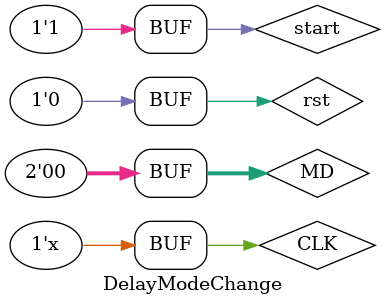
<source format=v>
`timescale 1ns / 1ps


module DelayModeChange();
    reg CLK = 0;
    reg rst = 0; 
    reg start = 0;
    reg [1:0] MD = 0;
    wire si;  
    wire [2:0]outType;
    wire [21:0]delay;
    always #1 CLK = ~CLK;
     
FitBit test(CLK, rst, start, MD[1:0], si, outType[2:0], delay[21:0]);
    initial begin
        MD = 2'b00;
        start = 0;
        #1000
        start = 1;

    end
endmodule

</source>
